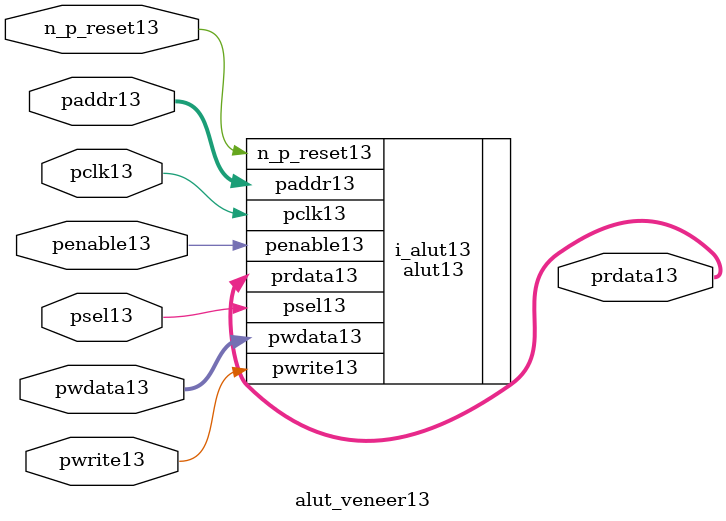
<source format=v>
module alut_veneer13
(   
   // Inputs13
   pclk13,
   n_p_reset13,
   psel13,            
   penable13,       
   pwrite13,         
   paddr13,           
   pwdata13,          

   // Outputs13
   prdata13  
);

   // APB13 Inputs13
   input             pclk13;               // APB13 clock13                          
   input             n_p_reset13;          // Reset13                              
   input             psel13;               // Module13 select13 signal13               
   input             penable13;            // Enable13 signal13                      
   input             pwrite13;             // Write when HIGH13 and read when LOW13  
   input [6:0]       paddr13;              // Address bus for read write         
   input [31:0]      pwdata13;             // APB13 write bus                      

   output [31:0]     prdata13;             // APB13 read bus                       


//-----------------------------------------------------------------------
//##############################################################################
// if the ALUT13 is NOT13 black13 boxed13 
//##############################################################################
`ifndef FV_KIT_BLACK_BOX_LUT13 


alut13 i_alut13 (
        //inputs13
        . n_p_reset13(n_p_reset13),
        . pclk13(pclk13),
        . psel13(psel13),
        . penable13(penable13),
        . pwrite13(pwrite13),
        . paddr13(paddr13[6:0]),
        . pwdata13(pwdata13),

        //outputs13
        . prdata13(prdata13)
);


`else 
//##############################################################################
// if the <module> is black13 boxed13 
//##############################################################################

   // APB13 Inputs13
   wire              pclk13;               // APB13 clock13                          
   wire              n_p_reset13;          // Reset13                              
   wire              psel13;               // Module13 select13 signal13               
   wire              penable13;            // Enable13 signal13                      
   wire              pwrite13;             // Write when HIGH13 and read when LOW13  
   wire  [6:0]       paddr13;              // Address bus for read write         
   wire  [31:0]      pwdata13;             // APB13 write bus                      

   reg   [31:0]      prdata13;             // APB13 read bus                       


`endif

endmodule

</source>
